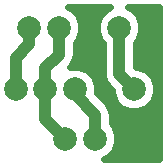
<source format=gbr>
G04 #@! TF.FileFunction,Copper,L1,Top,Signal*
%FSLAX46Y46*%
G04 Gerber Fmt 4.6, Leading zero omitted, Abs format (unit mm)*
G04 Created by KiCad (PCBNEW 4.0.7-e2-6376~61~ubuntu18.04.1) date Sat May 26 13:43:31 2018*
%MOMM*%
%LPD*%
G01*
G04 APERTURE LIST*
%ADD10C,0.100000*%
%ADD11C,2.000000*%
%ADD12C,0.800000*%
%ADD13C,1.000000*%
%ADD14C,0.554000*%
G04 APERTURE END LIST*
D10*
D11*
X3175000Y6858000D03*
X5675000Y6858000D03*
X8175000Y6858000D03*
D12*
X10675000Y6858000D03*
D11*
X13175000Y6858000D03*
X11938000Y12065000D03*
D12*
X9398000Y12065000D03*
D11*
X6858000Y12065000D03*
X4318000Y12065000D03*
X9906000Y2667000D03*
X7366000Y2667000D03*
D13*
X11938000Y12065000D02*
X11938000Y8095000D01*
X11938000Y8095000D02*
X13175000Y6858000D01*
X5675000Y6858000D02*
X5675000Y4358000D01*
X5675000Y4358000D02*
X7366000Y2667000D01*
X5675000Y6858000D02*
X5675000Y8596000D01*
X6858000Y9779000D02*
X6858000Y12065000D01*
X5675000Y8596000D02*
X6858000Y9779000D01*
X4318000Y12065000D02*
X4318000Y10668000D01*
X3175000Y9525000D02*
X3175000Y6858000D01*
X4318000Y10668000D02*
X3175000Y9525000D01*
X8175000Y6858000D02*
X8175000Y6430000D01*
X8175000Y6430000D02*
X9906000Y4699000D01*
X9906000Y4699000D02*
X9906000Y2667000D01*
D14*
G36*
X10876154Y13657171D02*
X10347684Y13129624D01*
X10061326Y12439996D01*
X10060675Y11693280D01*
X10345829Y11003154D01*
X10561000Y10787607D01*
X10561000Y8095000D01*
X10665818Y7568045D01*
X10964314Y7121314D01*
X11297938Y6787690D01*
X11297675Y6486280D01*
X11582829Y5796154D01*
X12110376Y5267684D01*
X12800004Y4981326D01*
X13546720Y4980675D01*
X14236846Y5265829D01*
X14765316Y5793376D01*
X15051674Y6483004D01*
X15052325Y7229720D01*
X14767171Y7919846D01*
X14239624Y8448316D01*
X13549996Y8734674D01*
X13315000Y8734879D01*
X13315000Y10787433D01*
X13528316Y11000376D01*
X13814674Y11690004D01*
X13815325Y12436720D01*
X13530171Y13126846D01*
X13002624Y13655316D01*
X12702351Y13780000D01*
X15304000Y13780000D01*
X15304000Y952000D01*
X10670577Y952000D01*
X10967846Y1074829D01*
X11496316Y1602376D01*
X11782674Y2292004D01*
X11783325Y3038720D01*
X11498171Y3728846D01*
X11283000Y3944393D01*
X11283000Y4699000D01*
X11178182Y5225955D01*
X10879686Y5672686D01*
X10051689Y6500683D01*
X10052325Y7229720D01*
X9767171Y7919846D01*
X9239624Y8448316D01*
X8549996Y8734674D01*
X7803280Y8735325D01*
X7732417Y8706045D01*
X7831686Y8805314D01*
X8130182Y9252045D01*
X8235000Y9779000D01*
X8235000Y10787433D01*
X8448316Y11000376D01*
X8734674Y11690004D01*
X8735325Y12436720D01*
X8450171Y13126846D01*
X7922624Y13655316D01*
X7622351Y13780000D01*
X11173423Y13780000D01*
X10876154Y13657171D01*
X10876154Y13657171D01*
G37*
X10876154Y13657171D02*
X10347684Y13129624D01*
X10061326Y12439996D01*
X10060675Y11693280D01*
X10345829Y11003154D01*
X10561000Y10787607D01*
X10561000Y8095000D01*
X10665818Y7568045D01*
X10964314Y7121314D01*
X11297938Y6787690D01*
X11297675Y6486280D01*
X11582829Y5796154D01*
X12110376Y5267684D01*
X12800004Y4981326D01*
X13546720Y4980675D01*
X14236846Y5265829D01*
X14765316Y5793376D01*
X15051674Y6483004D01*
X15052325Y7229720D01*
X14767171Y7919846D01*
X14239624Y8448316D01*
X13549996Y8734674D01*
X13315000Y8734879D01*
X13315000Y10787433D01*
X13528316Y11000376D01*
X13814674Y11690004D01*
X13815325Y12436720D01*
X13530171Y13126846D01*
X13002624Y13655316D01*
X12702351Y13780000D01*
X15304000Y13780000D01*
X15304000Y952000D01*
X10670577Y952000D01*
X10967846Y1074829D01*
X11496316Y1602376D01*
X11782674Y2292004D01*
X11783325Y3038720D01*
X11498171Y3728846D01*
X11283000Y3944393D01*
X11283000Y4699000D01*
X11178182Y5225955D01*
X10879686Y5672686D01*
X10051689Y6500683D01*
X10052325Y7229720D01*
X9767171Y7919846D01*
X9239624Y8448316D01*
X8549996Y8734674D01*
X7803280Y8735325D01*
X7732417Y8706045D01*
X7831686Y8805314D01*
X8130182Y9252045D01*
X8235000Y9779000D01*
X8235000Y10787433D01*
X8448316Y11000376D01*
X8734674Y11690004D01*
X8735325Y12436720D01*
X8450171Y13126846D01*
X7922624Y13655316D01*
X7622351Y13780000D01*
X11173423Y13780000D01*
X10876154Y13657171D01*
M02*

</source>
